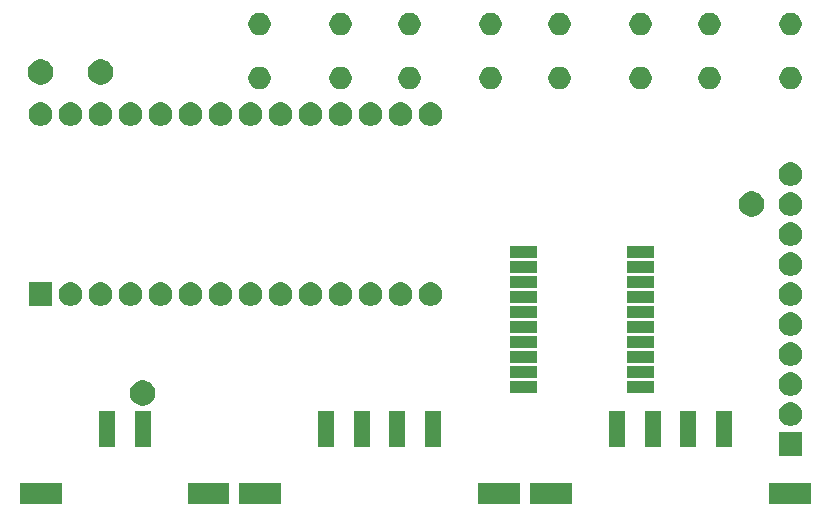
<source format=gbr>
G04 #@! TF.GenerationSoftware,KiCad,Pcbnew,5.1.6-c6e7f7d~87~ubuntu16.04.1*
G04 #@! TF.CreationDate,2020-09-01T19:23:28-04:00*
G04 #@! TF.ProjectId,Controller,436f6e74-726f-46c6-9c65-722e6b696361,rev?*
G04 #@! TF.SameCoordinates,PX5734380PY65bcec0*
G04 #@! TF.FileFunction,Soldermask,Bot*
G04 #@! TF.FilePolarity,Negative*
%FSLAX46Y46*%
G04 Gerber Fmt 4.6, Leading zero omitted, Abs format (unit mm)*
G04 Created by KiCad (PCBNEW 5.1.6-c6e7f7d~87~ubuntu16.04.1) date 2020-09-01 19:23:28*
%MOMM*%
%LPD*%
G01*
G04 APERTURE LIST*
%ADD10C,0.100000*%
G04 APERTURE END LIST*
D10*
G36*
X43108000Y-43179700D02*
G01*
X39576000Y-43179700D01*
X39576000Y-41427700D01*
X43108000Y-41427700D01*
X43108000Y-43179700D01*
G37*
G36*
X47546000Y-43179700D02*
G01*
X44014000Y-43179700D01*
X44014000Y-41427700D01*
X47546000Y-41427700D01*
X47546000Y-43179700D01*
G37*
G36*
X4366000Y-43179700D02*
G01*
X834000Y-43179700D01*
X834000Y-41427700D01*
X4366000Y-41427700D01*
X4366000Y-43179700D01*
G37*
G36*
X18530000Y-43179700D02*
G01*
X14998000Y-43179700D01*
X14998000Y-41427700D01*
X18530000Y-41427700D01*
X18530000Y-43179700D01*
G37*
G36*
X22908000Y-43179700D02*
G01*
X19376000Y-43179700D01*
X19376000Y-41427700D01*
X22908000Y-41427700D01*
X22908000Y-43179700D01*
G37*
G36*
X67746000Y-43179700D02*
G01*
X64214000Y-43179700D01*
X64214000Y-41427700D01*
X67746000Y-41427700D01*
X67746000Y-43179700D01*
G37*
G36*
X67043500Y-39103500D02*
G01*
X65036500Y-39103500D01*
X65036500Y-37096500D01*
X67043500Y-37096500D01*
X67043500Y-39103500D01*
G37*
G36*
X52066000Y-38341500D02*
G01*
X50694000Y-38341500D01*
X50694000Y-35318500D01*
X52066000Y-35318500D01*
X52066000Y-38341500D01*
G37*
G36*
X8886000Y-38341500D02*
G01*
X7514000Y-38341500D01*
X7514000Y-35318500D01*
X8886000Y-35318500D01*
X8886000Y-38341500D01*
G37*
G36*
X11886000Y-38341500D02*
G01*
X10514000Y-38341500D01*
X10514000Y-35318500D01*
X11886000Y-35318500D01*
X11886000Y-38341500D01*
G37*
G36*
X61066000Y-38341500D02*
G01*
X59694000Y-38341500D01*
X59694000Y-35318500D01*
X61066000Y-35318500D01*
X61066000Y-38341500D01*
G37*
G36*
X58066000Y-38341500D02*
G01*
X56694000Y-38341500D01*
X56694000Y-35318500D01*
X58066000Y-35318500D01*
X58066000Y-38341500D01*
G37*
G36*
X27428000Y-38341500D02*
G01*
X26056000Y-38341500D01*
X26056000Y-35318500D01*
X27428000Y-35318500D01*
X27428000Y-38341500D01*
G37*
G36*
X30428000Y-38341500D02*
G01*
X29056000Y-38341500D01*
X29056000Y-35318500D01*
X30428000Y-35318500D01*
X30428000Y-38341500D01*
G37*
G36*
X33428000Y-38341500D02*
G01*
X32056000Y-38341500D01*
X32056000Y-35318500D01*
X33428000Y-35318500D01*
X33428000Y-38341500D01*
G37*
G36*
X36428000Y-38341500D02*
G01*
X35056000Y-38341500D01*
X35056000Y-35318500D01*
X36428000Y-35318500D01*
X36428000Y-38341500D01*
G37*
G36*
X55066000Y-38341500D02*
G01*
X53694000Y-38341500D01*
X53694000Y-35318500D01*
X55066000Y-35318500D01*
X55066000Y-38341500D01*
G37*
G36*
X66166425Y-34561988D02*
G01*
X66332710Y-34595063D01*
X66515336Y-34670709D01*
X66679694Y-34780530D01*
X66819470Y-34920306D01*
X66929291Y-35084664D01*
X67004937Y-35267290D01*
X67043500Y-35461164D01*
X67043500Y-35658836D01*
X67004937Y-35852710D01*
X66929291Y-36035336D01*
X66819470Y-36199694D01*
X66679694Y-36339470D01*
X66515336Y-36449291D01*
X66332710Y-36524937D01*
X66166425Y-36558012D01*
X66138837Y-36563500D01*
X65941163Y-36563500D01*
X65913575Y-36558012D01*
X65747290Y-36524937D01*
X65564664Y-36449291D01*
X65400306Y-36339470D01*
X65260530Y-36199694D01*
X65150709Y-36035336D01*
X65075063Y-35852710D01*
X65036500Y-35658836D01*
X65036500Y-35461164D01*
X65075063Y-35267290D01*
X65150709Y-35084664D01*
X65260530Y-34920306D01*
X65400306Y-34780530D01*
X65564664Y-34670709D01*
X65747290Y-34595063D01*
X65913575Y-34561988D01*
X65941163Y-34556500D01*
X66138837Y-34556500D01*
X66166425Y-34561988D01*
G37*
G36*
X11487231Y-32756003D02*
G01*
X11681412Y-32836436D01*
X11681414Y-32836437D01*
X11856173Y-32953207D01*
X12004793Y-33101827D01*
X12121563Y-33276586D01*
X12121564Y-33276588D01*
X12201997Y-33470769D01*
X12243000Y-33676908D01*
X12243000Y-33887092D01*
X12201997Y-34093231D01*
X12121564Y-34287412D01*
X12121563Y-34287414D01*
X12004793Y-34462173D01*
X11856173Y-34610793D01*
X11681414Y-34727563D01*
X11681413Y-34727564D01*
X11681412Y-34727564D01*
X11487231Y-34807997D01*
X11281092Y-34849000D01*
X11070908Y-34849000D01*
X10864769Y-34807997D01*
X10670588Y-34727564D01*
X10670587Y-34727564D01*
X10670586Y-34727563D01*
X10495827Y-34610793D01*
X10347207Y-34462173D01*
X10230437Y-34287414D01*
X10230436Y-34287412D01*
X10150003Y-34093231D01*
X10109000Y-33887092D01*
X10109000Y-33676908D01*
X10150003Y-33470769D01*
X10230436Y-33276588D01*
X10230437Y-33276586D01*
X10347207Y-33101827D01*
X10495827Y-32953207D01*
X10670586Y-32836437D01*
X10670588Y-32836436D01*
X10864769Y-32756003D01*
X11070908Y-32715000D01*
X11281092Y-32715000D01*
X11487231Y-32756003D01*
G37*
G36*
X66166425Y-32021988D02*
G01*
X66332710Y-32055063D01*
X66515336Y-32130709D01*
X66679694Y-32240530D01*
X66819470Y-32380306D01*
X66929291Y-32544664D01*
X67004937Y-32727290D01*
X67043500Y-32921164D01*
X67043500Y-33118836D01*
X67004937Y-33312710D01*
X66929291Y-33495336D01*
X66819470Y-33659694D01*
X66679694Y-33799470D01*
X66515336Y-33909291D01*
X66332710Y-33984937D01*
X66166425Y-34018012D01*
X66138837Y-34023500D01*
X65941163Y-34023500D01*
X65913575Y-34018012D01*
X65747290Y-33984937D01*
X65564664Y-33909291D01*
X65400306Y-33799470D01*
X65260530Y-33659694D01*
X65150709Y-33495336D01*
X65075063Y-33312710D01*
X65036500Y-33118836D01*
X65036500Y-32921164D01*
X65075063Y-32727290D01*
X65150709Y-32544664D01*
X65260530Y-32380306D01*
X65400306Y-32240530D01*
X65564664Y-32130709D01*
X65747290Y-32055063D01*
X65913575Y-32021988D01*
X65941163Y-32016500D01*
X66138837Y-32016500D01*
X66166425Y-32021988D01*
G37*
G36*
X54495700Y-33751520D02*
G01*
X52189380Y-33751520D01*
X52189380Y-32796480D01*
X54495700Y-32796480D01*
X54495700Y-33751520D01*
G37*
G36*
X44587160Y-33751520D02*
G01*
X42280840Y-33751520D01*
X42280840Y-32796480D01*
X44587160Y-32796480D01*
X44587160Y-33751520D01*
G37*
G36*
X54495700Y-32481520D02*
G01*
X52189380Y-32481520D01*
X52189380Y-31526480D01*
X54495700Y-31526480D01*
X54495700Y-32481520D01*
G37*
G36*
X44587160Y-32481520D02*
G01*
X42280840Y-32481520D01*
X42280840Y-31526480D01*
X44587160Y-31526480D01*
X44587160Y-32481520D01*
G37*
G36*
X66166425Y-29481988D02*
G01*
X66332710Y-29515063D01*
X66515336Y-29590709D01*
X66679694Y-29700530D01*
X66819470Y-29840306D01*
X66929291Y-30004664D01*
X67004937Y-30187290D01*
X67043500Y-30381164D01*
X67043500Y-30578836D01*
X67004937Y-30772710D01*
X66929291Y-30955336D01*
X66819470Y-31119694D01*
X66679694Y-31259470D01*
X66515336Y-31369291D01*
X66332710Y-31444937D01*
X66166425Y-31478012D01*
X66138837Y-31483500D01*
X65941163Y-31483500D01*
X65913575Y-31478012D01*
X65747290Y-31444937D01*
X65564664Y-31369291D01*
X65400306Y-31259470D01*
X65260530Y-31119694D01*
X65150709Y-30955336D01*
X65075063Y-30772710D01*
X65036500Y-30578836D01*
X65036500Y-30381164D01*
X65075063Y-30187290D01*
X65150709Y-30004664D01*
X65260530Y-29840306D01*
X65400306Y-29700530D01*
X65564664Y-29590709D01*
X65747290Y-29515063D01*
X65913575Y-29481988D01*
X65941163Y-29476500D01*
X66138837Y-29476500D01*
X66166425Y-29481988D01*
G37*
G36*
X44587160Y-31211520D02*
G01*
X42280840Y-31211520D01*
X42280840Y-30256480D01*
X44587160Y-30256480D01*
X44587160Y-31211520D01*
G37*
G36*
X54495700Y-31211520D02*
G01*
X52189380Y-31211520D01*
X52189380Y-30256480D01*
X54495700Y-30256480D01*
X54495700Y-31211520D01*
G37*
G36*
X44587160Y-29941520D02*
G01*
X42280840Y-29941520D01*
X42280840Y-28986480D01*
X44587160Y-28986480D01*
X44587160Y-29941520D01*
G37*
G36*
X54495700Y-29941520D02*
G01*
X52189380Y-29941520D01*
X52189380Y-28986480D01*
X54495700Y-28986480D01*
X54495700Y-29941520D01*
G37*
G36*
X66166425Y-26941988D02*
G01*
X66332710Y-26975063D01*
X66515336Y-27050709D01*
X66679694Y-27160530D01*
X66819470Y-27300306D01*
X66929291Y-27464664D01*
X67004937Y-27647290D01*
X67043500Y-27841164D01*
X67043500Y-28038836D01*
X67004937Y-28232710D01*
X66929291Y-28415336D01*
X66819470Y-28579694D01*
X66679694Y-28719470D01*
X66515336Y-28829291D01*
X66332710Y-28904937D01*
X66166425Y-28938012D01*
X66138837Y-28943500D01*
X65941163Y-28943500D01*
X65913575Y-28938012D01*
X65747290Y-28904937D01*
X65564664Y-28829291D01*
X65400306Y-28719470D01*
X65260530Y-28579694D01*
X65150709Y-28415336D01*
X65075063Y-28232710D01*
X65036500Y-28038836D01*
X65036500Y-27841164D01*
X65075063Y-27647290D01*
X65150709Y-27464664D01*
X65260530Y-27300306D01*
X65400306Y-27160530D01*
X65564664Y-27050709D01*
X65747290Y-26975063D01*
X65913575Y-26941988D01*
X65941163Y-26936500D01*
X66138837Y-26936500D01*
X66166425Y-26941988D01*
G37*
G36*
X54495700Y-28671520D02*
G01*
X52189380Y-28671520D01*
X52189380Y-27716480D01*
X54495700Y-27716480D01*
X54495700Y-28671520D01*
G37*
G36*
X44587160Y-28671520D02*
G01*
X42280840Y-28671520D01*
X42280840Y-27716480D01*
X44587160Y-27716480D01*
X44587160Y-28671520D01*
G37*
G36*
X44587160Y-27401520D02*
G01*
X42280840Y-27401520D01*
X42280840Y-26446480D01*
X44587160Y-26446480D01*
X44587160Y-27401520D01*
G37*
G36*
X54495700Y-27401520D02*
G01*
X52189380Y-27401520D01*
X52189380Y-26446480D01*
X54495700Y-26446480D01*
X54495700Y-27401520D01*
G37*
G36*
X66166425Y-24401988D02*
G01*
X66332710Y-24435063D01*
X66515336Y-24510709D01*
X66679694Y-24620530D01*
X66819470Y-24760306D01*
X66929291Y-24924664D01*
X67004937Y-25107290D01*
X67043500Y-25301164D01*
X67043500Y-25498836D01*
X67004937Y-25692710D01*
X66929291Y-25875336D01*
X66819470Y-26039694D01*
X66679694Y-26179470D01*
X66515336Y-26289291D01*
X66332710Y-26364937D01*
X66166425Y-26398012D01*
X66138837Y-26403500D01*
X65941163Y-26403500D01*
X65913575Y-26398012D01*
X65747290Y-26364937D01*
X65564664Y-26289291D01*
X65400306Y-26179470D01*
X65260530Y-26039694D01*
X65150709Y-25875336D01*
X65075063Y-25692710D01*
X65036500Y-25498836D01*
X65036500Y-25301164D01*
X65075063Y-25107290D01*
X65150709Y-24924664D01*
X65260530Y-24760306D01*
X65400306Y-24620530D01*
X65564664Y-24510709D01*
X65747290Y-24435063D01*
X65913575Y-24401988D01*
X65941163Y-24396500D01*
X66138837Y-24396500D01*
X66166425Y-24401988D01*
G37*
G36*
X35686425Y-24401988D02*
G01*
X35852710Y-24435063D01*
X36035336Y-24510709D01*
X36199694Y-24620530D01*
X36339470Y-24760306D01*
X36449291Y-24924664D01*
X36524937Y-25107290D01*
X36563500Y-25301164D01*
X36563500Y-25498836D01*
X36524937Y-25692710D01*
X36449291Y-25875336D01*
X36339470Y-26039694D01*
X36199694Y-26179470D01*
X36035336Y-26289291D01*
X35852710Y-26364937D01*
X35686425Y-26398012D01*
X35658837Y-26403500D01*
X35461163Y-26403500D01*
X35433575Y-26398012D01*
X35267290Y-26364937D01*
X35084664Y-26289291D01*
X34920306Y-26179470D01*
X34780530Y-26039694D01*
X34670709Y-25875336D01*
X34595063Y-25692710D01*
X34556500Y-25498836D01*
X34556500Y-25301164D01*
X34595063Y-25107290D01*
X34670709Y-24924664D01*
X34780530Y-24760306D01*
X34920306Y-24620530D01*
X35084664Y-24510709D01*
X35267290Y-24435063D01*
X35433575Y-24401988D01*
X35461163Y-24396500D01*
X35658837Y-24396500D01*
X35686425Y-24401988D01*
G37*
G36*
X33146425Y-24401988D02*
G01*
X33312710Y-24435063D01*
X33495336Y-24510709D01*
X33659694Y-24620530D01*
X33799470Y-24760306D01*
X33909291Y-24924664D01*
X33984937Y-25107290D01*
X34023500Y-25301164D01*
X34023500Y-25498836D01*
X33984937Y-25692710D01*
X33909291Y-25875336D01*
X33799470Y-26039694D01*
X33659694Y-26179470D01*
X33495336Y-26289291D01*
X33312710Y-26364937D01*
X33146425Y-26398012D01*
X33118837Y-26403500D01*
X32921163Y-26403500D01*
X32893575Y-26398012D01*
X32727290Y-26364937D01*
X32544664Y-26289291D01*
X32380306Y-26179470D01*
X32240530Y-26039694D01*
X32130709Y-25875336D01*
X32055063Y-25692710D01*
X32016500Y-25498836D01*
X32016500Y-25301164D01*
X32055063Y-25107290D01*
X32130709Y-24924664D01*
X32240530Y-24760306D01*
X32380306Y-24620530D01*
X32544664Y-24510709D01*
X32727290Y-24435063D01*
X32893575Y-24401988D01*
X32921163Y-24396500D01*
X33118837Y-24396500D01*
X33146425Y-24401988D01*
G37*
G36*
X30606425Y-24401988D02*
G01*
X30772710Y-24435063D01*
X30955336Y-24510709D01*
X31119694Y-24620530D01*
X31259470Y-24760306D01*
X31369291Y-24924664D01*
X31444937Y-25107290D01*
X31483500Y-25301164D01*
X31483500Y-25498836D01*
X31444937Y-25692710D01*
X31369291Y-25875336D01*
X31259470Y-26039694D01*
X31119694Y-26179470D01*
X30955336Y-26289291D01*
X30772710Y-26364937D01*
X30606425Y-26398012D01*
X30578837Y-26403500D01*
X30381163Y-26403500D01*
X30353575Y-26398012D01*
X30187290Y-26364937D01*
X30004664Y-26289291D01*
X29840306Y-26179470D01*
X29700530Y-26039694D01*
X29590709Y-25875336D01*
X29515063Y-25692710D01*
X29476500Y-25498836D01*
X29476500Y-25301164D01*
X29515063Y-25107290D01*
X29590709Y-24924664D01*
X29700530Y-24760306D01*
X29840306Y-24620530D01*
X30004664Y-24510709D01*
X30187290Y-24435063D01*
X30353575Y-24401988D01*
X30381163Y-24396500D01*
X30578837Y-24396500D01*
X30606425Y-24401988D01*
G37*
G36*
X25526425Y-24401988D02*
G01*
X25692710Y-24435063D01*
X25875336Y-24510709D01*
X26039694Y-24620530D01*
X26179470Y-24760306D01*
X26289291Y-24924664D01*
X26364937Y-25107290D01*
X26403500Y-25301164D01*
X26403500Y-25498836D01*
X26364937Y-25692710D01*
X26289291Y-25875336D01*
X26179470Y-26039694D01*
X26039694Y-26179470D01*
X25875336Y-26289291D01*
X25692710Y-26364937D01*
X25526425Y-26398012D01*
X25498837Y-26403500D01*
X25301163Y-26403500D01*
X25273575Y-26398012D01*
X25107290Y-26364937D01*
X24924664Y-26289291D01*
X24760306Y-26179470D01*
X24620530Y-26039694D01*
X24510709Y-25875336D01*
X24435063Y-25692710D01*
X24396500Y-25498836D01*
X24396500Y-25301164D01*
X24435063Y-25107290D01*
X24510709Y-24924664D01*
X24620530Y-24760306D01*
X24760306Y-24620530D01*
X24924664Y-24510709D01*
X25107290Y-24435063D01*
X25273575Y-24401988D01*
X25301163Y-24396500D01*
X25498837Y-24396500D01*
X25526425Y-24401988D01*
G37*
G36*
X22986425Y-24401988D02*
G01*
X23152710Y-24435063D01*
X23335336Y-24510709D01*
X23499694Y-24620530D01*
X23639470Y-24760306D01*
X23749291Y-24924664D01*
X23824937Y-25107290D01*
X23863500Y-25301164D01*
X23863500Y-25498836D01*
X23824937Y-25692710D01*
X23749291Y-25875336D01*
X23639470Y-26039694D01*
X23499694Y-26179470D01*
X23335336Y-26289291D01*
X23152710Y-26364937D01*
X22986425Y-26398012D01*
X22958837Y-26403500D01*
X22761163Y-26403500D01*
X22733575Y-26398012D01*
X22567290Y-26364937D01*
X22384664Y-26289291D01*
X22220306Y-26179470D01*
X22080530Y-26039694D01*
X21970709Y-25875336D01*
X21895063Y-25692710D01*
X21856500Y-25498836D01*
X21856500Y-25301164D01*
X21895063Y-25107290D01*
X21970709Y-24924664D01*
X22080530Y-24760306D01*
X22220306Y-24620530D01*
X22384664Y-24510709D01*
X22567290Y-24435063D01*
X22733575Y-24401988D01*
X22761163Y-24396500D01*
X22958837Y-24396500D01*
X22986425Y-24401988D01*
G37*
G36*
X20446425Y-24401988D02*
G01*
X20612710Y-24435063D01*
X20795336Y-24510709D01*
X20959694Y-24620530D01*
X21099470Y-24760306D01*
X21209291Y-24924664D01*
X21284937Y-25107290D01*
X21323500Y-25301164D01*
X21323500Y-25498836D01*
X21284937Y-25692710D01*
X21209291Y-25875336D01*
X21099470Y-26039694D01*
X20959694Y-26179470D01*
X20795336Y-26289291D01*
X20612710Y-26364937D01*
X20446425Y-26398012D01*
X20418837Y-26403500D01*
X20221163Y-26403500D01*
X20193575Y-26398012D01*
X20027290Y-26364937D01*
X19844664Y-26289291D01*
X19680306Y-26179470D01*
X19540530Y-26039694D01*
X19430709Y-25875336D01*
X19355063Y-25692710D01*
X19316500Y-25498836D01*
X19316500Y-25301164D01*
X19355063Y-25107290D01*
X19430709Y-24924664D01*
X19540530Y-24760306D01*
X19680306Y-24620530D01*
X19844664Y-24510709D01*
X20027290Y-24435063D01*
X20193575Y-24401988D01*
X20221163Y-24396500D01*
X20418837Y-24396500D01*
X20446425Y-24401988D01*
G37*
G36*
X3543500Y-26403500D02*
G01*
X1536500Y-26403500D01*
X1536500Y-24396500D01*
X3543500Y-24396500D01*
X3543500Y-26403500D01*
G37*
G36*
X5206425Y-24401988D02*
G01*
X5372710Y-24435063D01*
X5555336Y-24510709D01*
X5719694Y-24620530D01*
X5859470Y-24760306D01*
X5969291Y-24924664D01*
X6044937Y-25107290D01*
X6083500Y-25301164D01*
X6083500Y-25498836D01*
X6044937Y-25692710D01*
X5969291Y-25875336D01*
X5859470Y-26039694D01*
X5719694Y-26179470D01*
X5555336Y-26289291D01*
X5372710Y-26364937D01*
X5206425Y-26398012D01*
X5178837Y-26403500D01*
X4981163Y-26403500D01*
X4953575Y-26398012D01*
X4787290Y-26364937D01*
X4604664Y-26289291D01*
X4440306Y-26179470D01*
X4300530Y-26039694D01*
X4190709Y-25875336D01*
X4115063Y-25692710D01*
X4076500Y-25498836D01*
X4076500Y-25301164D01*
X4115063Y-25107290D01*
X4190709Y-24924664D01*
X4300530Y-24760306D01*
X4440306Y-24620530D01*
X4604664Y-24510709D01*
X4787290Y-24435063D01*
X4953575Y-24401988D01*
X4981163Y-24396500D01*
X5178837Y-24396500D01*
X5206425Y-24401988D01*
G37*
G36*
X7746425Y-24401988D02*
G01*
X7912710Y-24435063D01*
X8095336Y-24510709D01*
X8259694Y-24620530D01*
X8399470Y-24760306D01*
X8509291Y-24924664D01*
X8584937Y-25107290D01*
X8623500Y-25301164D01*
X8623500Y-25498836D01*
X8584937Y-25692710D01*
X8509291Y-25875336D01*
X8399470Y-26039694D01*
X8259694Y-26179470D01*
X8095336Y-26289291D01*
X7912710Y-26364937D01*
X7746425Y-26398012D01*
X7718837Y-26403500D01*
X7521163Y-26403500D01*
X7493575Y-26398012D01*
X7327290Y-26364937D01*
X7144664Y-26289291D01*
X6980306Y-26179470D01*
X6840530Y-26039694D01*
X6730709Y-25875336D01*
X6655063Y-25692710D01*
X6616500Y-25498836D01*
X6616500Y-25301164D01*
X6655063Y-25107290D01*
X6730709Y-24924664D01*
X6840530Y-24760306D01*
X6980306Y-24620530D01*
X7144664Y-24510709D01*
X7327290Y-24435063D01*
X7493575Y-24401988D01*
X7521163Y-24396500D01*
X7718837Y-24396500D01*
X7746425Y-24401988D01*
G37*
G36*
X10286425Y-24401988D02*
G01*
X10452710Y-24435063D01*
X10635336Y-24510709D01*
X10799694Y-24620530D01*
X10939470Y-24760306D01*
X11049291Y-24924664D01*
X11124937Y-25107290D01*
X11163500Y-25301164D01*
X11163500Y-25498836D01*
X11124937Y-25692710D01*
X11049291Y-25875336D01*
X10939470Y-26039694D01*
X10799694Y-26179470D01*
X10635336Y-26289291D01*
X10452710Y-26364937D01*
X10286425Y-26398012D01*
X10258837Y-26403500D01*
X10061163Y-26403500D01*
X10033575Y-26398012D01*
X9867290Y-26364937D01*
X9684664Y-26289291D01*
X9520306Y-26179470D01*
X9380530Y-26039694D01*
X9270709Y-25875336D01*
X9195063Y-25692710D01*
X9156500Y-25498836D01*
X9156500Y-25301164D01*
X9195063Y-25107290D01*
X9270709Y-24924664D01*
X9380530Y-24760306D01*
X9520306Y-24620530D01*
X9684664Y-24510709D01*
X9867290Y-24435063D01*
X10033575Y-24401988D01*
X10061163Y-24396500D01*
X10258837Y-24396500D01*
X10286425Y-24401988D01*
G37*
G36*
X12826425Y-24401988D02*
G01*
X12992710Y-24435063D01*
X13175336Y-24510709D01*
X13339694Y-24620530D01*
X13479470Y-24760306D01*
X13589291Y-24924664D01*
X13664937Y-25107290D01*
X13703500Y-25301164D01*
X13703500Y-25498836D01*
X13664937Y-25692710D01*
X13589291Y-25875336D01*
X13479470Y-26039694D01*
X13339694Y-26179470D01*
X13175336Y-26289291D01*
X12992710Y-26364937D01*
X12826425Y-26398012D01*
X12798837Y-26403500D01*
X12601163Y-26403500D01*
X12573575Y-26398012D01*
X12407290Y-26364937D01*
X12224664Y-26289291D01*
X12060306Y-26179470D01*
X11920530Y-26039694D01*
X11810709Y-25875336D01*
X11735063Y-25692710D01*
X11696500Y-25498836D01*
X11696500Y-25301164D01*
X11735063Y-25107290D01*
X11810709Y-24924664D01*
X11920530Y-24760306D01*
X12060306Y-24620530D01*
X12224664Y-24510709D01*
X12407290Y-24435063D01*
X12573575Y-24401988D01*
X12601163Y-24396500D01*
X12798837Y-24396500D01*
X12826425Y-24401988D01*
G37*
G36*
X15366425Y-24401988D02*
G01*
X15532710Y-24435063D01*
X15715336Y-24510709D01*
X15879694Y-24620530D01*
X16019470Y-24760306D01*
X16129291Y-24924664D01*
X16204937Y-25107290D01*
X16243500Y-25301164D01*
X16243500Y-25498836D01*
X16204937Y-25692710D01*
X16129291Y-25875336D01*
X16019470Y-26039694D01*
X15879694Y-26179470D01*
X15715336Y-26289291D01*
X15532710Y-26364937D01*
X15366425Y-26398012D01*
X15338837Y-26403500D01*
X15141163Y-26403500D01*
X15113575Y-26398012D01*
X14947290Y-26364937D01*
X14764664Y-26289291D01*
X14600306Y-26179470D01*
X14460530Y-26039694D01*
X14350709Y-25875336D01*
X14275063Y-25692710D01*
X14236500Y-25498836D01*
X14236500Y-25301164D01*
X14275063Y-25107290D01*
X14350709Y-24924664D01*
X14460530Y-24760306D01*
X14600306Y-24620530D01*
X14764664Y-24510709D01*
X14947290Y-24435063D01*
X15113575Y-24401988D01*
X15141163Y-24396500D01*
X15338837Y-24396500D01*
X15366425Y-24401988D01*
G37*
G36*
X28066425Y-24401988D02*
G01*
X28232710Y-24435063D01*
X28415336Y-24510709D01*
X28579694Y-24620530D01*
X28719470Y-24760306D01*
X28829291Y-24924664D01*
X28904937Y-25107290D01*
X28943500Y-25301164D01*
X28943500Y-25498836D01*
X28904937Y-25692710D01*
X28829291Y-25875336D01*
X28719470Y-26039694D01*
X28579694Y-26179470D01*
X28415336Y-26289291D01*
X28232710Y-26364937D01*
X28066425Y-26398012D01*
X28038837Y-26403500D01*
X27841163Y-26403500D01*
X27813575Y-26398012D01*
X27647290Y-26364937D01*
X27464664Y-26289291D01*
X27300306Y-26179470D01*
X27160530Y-26039694D01*
X27050709Y-25875336D01*
X26975063Y-25692710D01*
X26936500Y-25498836D01*
X26936500Y-25301164D01*
X26975063Y-25107290D01*
X27050709Y-24924664D01*
X27160530Y-24760306D01*
X27300306Y-24620530D01*
X27464664Y-24510709D01*
X27647290Y-24435063D01*
X27813575Y-24401988D01*
X27841163Y-24396500D01*
X28038837Y-24396500D01*
X28066425Y-24401988D01*
G37*
G36*
X17906425Y-24401988D02*
G01*
X18072710Y-24435063D01*
X18255336Y-24510709D01*
X18419694Y-24620530D01*
X18559470Y-24760306D01*
X18669291Y-24924664D01*
X18744937Y-25107290D01*
X18783500Y-25301164D01*
X18783500Y-25498836D01*
X18744937Y-25692710D01*
X18669291Y-25875336D01*
X18559470Y-26039694D01*
X18419694Y-26179470D01*
X18255336Y-26289291D01*
X18072710Y-26364937D01*
X17906425Y-26398012D01*
X17878837Y-26403500D01*
X17681163Y-26403500D01*
X17653575Y-26398012D01*
X17487290Y-26364937D01*
X17304664Y-26289291D01*
X17140306Y-26179470D01*
X17000530Y-26039694D01*
X16890709Y-25875336D01*
X16815063Y-25692710D01*
X16776500Y-25498836D01*
X16776500Y-25301164D01*
X16815063Y-25107290D01*
X16890709Y-24924664D01*
X17000530Y-24760306D01*
X17140306Y-24620530D01*
X17304664Y-24510709D01*
X17487290Y-24435063D01*
X17653575Y-24401988D01*
X17681163Y-24396500D01*
X17878837Y-24396500D01*
X17906425Y-24401988D01*
G37*
G36*
X54495700Y-26131520D02*
G01*
X52189380Y-26131520D01*
X52189380Y-25176480D01*
X54495700Y-25176480D01*
X54495700Y-26131520D01*
G37*
G36*
X44587160Y-26131520D02*
G01*
X42280840Y-26131520D01*
X42280840Y-25176480D01*
X44587160Y-25176480D01*
X44587160Y-26131520D01*
G37*
G36*
X44587160Y-24861520D02*
G01*
X42280840Y-24861520D01*
X42280840Y-23906480D01*
X44587160Y-23906480D01*
X44587160Y-24861520D01*
G37*
G36*
X54495700Y-24861520D02*
G01*
X52189380Y-24861520D01*
X52189380Y-23906480D01*
X54495700Y-23906480D01*
X54495700Y-24861520D01*
G37*
G36*
X66166425Y-21861988D02*
G01*
X66332710Y-21895063D01*
X66515336Y-21970709D01*
X66679694Y-22080530D01*
X66819470Y-22220306D01*
X66929291Y-22384664D01*
X67004937Y-22567290D01*
X67043500Y-22761164D01*
X67043500Y-22958836D01*
X67004937Y-23152710D01*
X66929291Y-23335336D01*
X66819470Y-23499694D01*
X66679694Y-23639470D01*
X66515336Y-23749291D01*
X66332710Y-23824937D01*
X66166425Y-23858012D01*
X66138837Y-23863500D01*
X65941163Y-23863500D01*
X65913575Y-23858012D01*
X65747290Y-23824937D01*
X65564664Y-23749291D01*
X65400306Y-23639470D01*
X65260530Y-23499694D01*
X65150709Y-23335336D01*
X65075063Y-23152710D01*
X65036500Y-22958836D01*
X65036500Y-22761164D01*
X65075063Y-22567290D01*
X65150709Y-22384664D01*
X65260530Y-22220306D01*
X65400306Y-22080530D01*
X65564664Y-21970709D01*
X65747290Y-21895063D01*
X65913575Y-21861988D01*
X65941163Y-21856500D01*
X66138837Y-21856500D01*
X66166425Y-21861988D01*
G37*
G36*
X44587160Y-23591520D02*
G01*
X42280840Y-23591520D01*
X42280840Y-22636480D01*
X44587160Y-22636480D01*
X44587160Y-23591520D01*
G37*
G36*
X54495700Y-23591520D02*
G01*
X52189380Y-23591520D01*
X52189380Y-22636480D01*
X54495700Y-22636480D01*
X54495700Y-23591520D01*
G37*
G36*
X54495700Y-22321520D02*
G01*
X52189380Y-22321520D01*
X52189380Y-21366480D01*
X54495700Y-21366480D01*
X54495700Y-22321520D01*
G37*
G36*
X44587160Y-22321520D02*
G01*
X42280840Y-22321520D01*
X42280840Y-21366480D01*
X44587160Y-21366480D01*
X44587160Y-22321520D01*
G37*
G36*
X66166425Y-19321988D02*
G01*
X66332710Y-19355063D01*
X66515336Y-19430709D01*
X66679694Y-19540530D01*
X66819470Y-19680306D01*
X66929291Y-19844664D01*
X67004937Y-20027290D01*
X67043500Y-20221164D01*
X67043500Y-20418836D01*
X67004937Y-20612710D01*
X66929291Y-20795336D01*
X66819470Y-20959694D01*
X66679694Y-21099470D01*
X66515336Y-21209291D01*
X66332710Y-21284937D01*
X66166425Y-21318012D01*
X66138837Y-21323500D01*
X65941163Y-21323500D01*
X65913575Y-21318012D01*
X65747290Y-21284937D01*
X65564664Y-21209291D01*
X65400306Y-21099470D01*
X65260530Y-20959694D01*
X65150709Y-20795336D01*
X65075063Y-20612710D01*
X65036500Y-20418836D01*
X65036500Y-20221164D01*
X65075063Y-20027290D01*
X65150709Y-19844664D01*
X65260530Y-19680306D01*
X65400306Y-19540530D01*
X65564664Y-19430709D01*
X65747290Y-19355063D01*
X65913575Y-19321988D01*
X65941163Y-19316500D01*
X66138837Y-19316500D01*
X66166425Y-19321988D01*
G37*
G36*
X63049231Y-16754003D02*
G01*
X63196644Y-16815064D01*
X63243414Y-16834437D01*
X63418173Y-16951207D01*
X63566793Y-17099827D01*
X63593840Y-17140306D01*
X63683564Y-17274588D01*
X63763997Y-17468769D01*
X63805000Y-17674908D01*
X63805000Y-17885092D01*
X63763997Y-18091231D01*
X63696023Y-18255334D01*
X63683563Y-18285414D01*
X63566793Y-18460173D01*
X63418173Y-18608793D01*
X63243414Y-18725563D01*
X63243413Y-18725564D01*
X63243412Y-18725564D01*
X63049231Y-18805997D01*
X62843092Y-18847000D01*
X62632908Y-18847000D01*
X62426769Y-18805997D01*
X62232588Y-18725564D01*
X62232587Y-18725564D01*
X62232586Y-18725563D01*
X62057827Y-18608793D01*
X61909207Y-18460173D01*
X61792437Y-18285414D01*
X61779977Y-18255334D01*
X61712003Y-18091231D01*
X61671000Y-17885092D01*
X61671000Y-17674908D01*
X61712003Y-17468769D01*
X61792436Y-17274588D01*
X61882160Y-17140306D01*
X61909207Y-17099827D01*
X62057827Y-16951207D01*
X62232586Y-16834437D01*
X62279356Y-16815064D01*
X62426769Y-16754003D01*
X62632908Y-16713000D01*
X62843092Y-16713000D01*
X63049231Y-16754003D01*
G37*
G36*
X66166425Y-16781988D02*
G01*
X66332710Y-16815063D01*
X66515336Y-16890709D01*
X66679694Y-17000530D01*
X66819470Y-17140306D01*
X66929291Y-17304664D01*
X67004937Y-17487290D01*
X67043500Y-17681164D01*
X67043500Y-17878836D01*
X67004937Y-18072710D01*
X66929291Y-18255336D01*
X66819470Y-18419694D01*
X66679694Y-18559470D01*
X66515336Y-18669291D01*
X66332710Y-18744937D01*
X66166425Y-18778012D01*
X66138837Y-18783500D01*
X65941163Y-18783500D01*
X65913575Y-18778012D01*
X65747290Y-18744937D01*
X65564664Y-18669291D01*
X65400306Y-18559470D01*
X65260530Y-18419694D01*
X65150709Y-18255336D01*
X65075063Y-18072710D01*
X65036500Y-17878836D01*
X65036500Y-17681164D01*
X65075063Y-17487290D01*
X65150709Y-17304664D01*
X65260530Y-17140306D01*
X65400306Y-17000530D01*
X65564664Y-16890709D01*
X65747290Y-16815063D01*
X65913575Y-16781988D01*
X65941163Y-16776500D01*
X66138837Y-16776500D01*
X66166425Y-16781988D01*
G37*
G36*
X66166425Y-14241988D02*
G01*
X66332710Y-14275063D01*
X66515336Y-14350709D01*
X66679694Y-14460530D01*
X66819470Y-14600306D01*
X66929291Y-14764664D01*
X67004937Y-14947290D01*
X67043500Y-15141164D01*
X67043500Y-15338836D01*
X67004937Y-15532710D01*
X66929291Y-15715336D01*
X66819470Y-15879694D01*
X66679694Y-16019470D01*
X66515336Y-16129291D01*
X66332710Y-16204937D01*
X66166425Y-16238012D01*
X66138837Y-16243500D01*
X65941163Y-16243500D01*
X65913575Y-16238012D01*
X65747290Y-16204937D01*
X65564664Y-16129291D01*
X65400306Y-16019470D01*
X65260530Y-15879694D01*
X65150709Y-15715336D01*
X65075063Y-15532710D01*
X65036500Y-15338836D01*
X65036500Y-15141164D01*
X65075063Y-14947290D01*
X65150709Y-14764664D01*
X65260530Y-14600306D01*
X65400306Y-14460530D01*
X65564664Y-14350709D01*
X65747290Y-14275063D01*
X65913575Y-14241988D01*
X65941163Y-14236500D01*
X66138837Y-14236500D01*
X66166425Y-14241988D01*
G37*
G36*
X10286425Y-9161988D02*
G01*
X10452710Y-9195063D01*
X10635336Y-9270709D01*
X10799694Y-9380530D01*
X10939470Y-9520306D01*
X11049291Y-9684664D01*
X11124937Y-9867290D01*
X11163500Y-10061164D01*
X11163500Y-10258836D01*
X11124937Y-10452710D01*
X11049291Y-10635336D01*
X10939470Y-10799694D01*
X10799694Y-10939470D01*
X10635336Y-11049291D01*
X10452710Y-11124937D01*
X10286425Y-11158012D01*
X10258837Y-11163500D01*
X10061163Y-11163500D01*
X10033575Y-11158012D01*
X9867290Y-11124937D01*
X9684664Y-11049291D01*
X9520306Y-10939470D01*
X9380530Y-10799694D01*
X9270709Y-10635336D01*
X9195063Y-10452710D01*
X9156500Y-10258836D01*
X9156500Y-10061164D01*
X9195063Y-9867290D01*
X9270709Y-9684664D01*
X9380530Y-9520306D01*
X9520306Y-9380530D01*
X9684664Y-9270709D01*
X9867290Y-9195063D01*
X10033575Y-9161988D01*
X10061163Y-9156500D01*
X10258837Y-9156500D01*
X10286425Y-9161988D01*
G37*
G36*
X30606425Y-9161988D02*
G01*
X30772710Y-9195063D01*
X30955336Y-9270709D01*
X31119694Y-9380530D01*
X31259470Y-9520306D01*
X31369291Y-9684664D01*
X31444937Y-9867290D01*
X31483500Y-10061164D01*
X31483500Y-10258836D01*
X31444937Y-10452710D01*
X31369291Y-10635336D01*
X31259470Y-10799694D01*
X31119694Y-10939470D01*
X30955336Y-11049291D01*
X30772710Y-11124937D01*
X30606425Y-11158012D01*
X30578837Y-11163500D01*
X30381163Y-11163500D01*
X30353575Y-11158012D01*
X30187290Y-11124937D01*
X30004664Y-11049291D01*
X29840306Y-10939470D01*
X29700530Y-10799694D01*
X29590709Y-10635336D01*
X29515063Y-10452710D01*
X29476500Y-10258836D01*
X29476500Y-10061164D01*
X29515063Y-9867290D01*
X29590709Y-9684664D01*
X29700530Y-9520306D01*
X29840306Y-9380530D01*
X30004664Y-9270709D01*
X30187290Y-9195063D01*
X30353575Y-9161988D01*
X30381163Y-9156500D01*
X30578837Y-9156500D01*
X30606425Y-9161988D01*
G37*
G36*
X28066425Y-9161988D02*
G01*
X28232710Y-9195063D01*
X28415336Y-9270709D01*
X28579694Y-9380530D01*
X28719470Y-9520306D01*
X28829291Y-9684664D01*
X28904937Y-9867290D01*
X28943500Y-10061164D01*
X28943500Y-10258836D01*
X28904937Y-10452710D01*
X28829291Y-10635336D01*
X28719470Y-10799694D01*
X28579694Y-10939470D01*
X28415336Y-11049291D01*
X28232710Y-11124937D01*
X28066425Y-11158012D01*
X28038837Y-11163500D01*
X27841163Y-11163500D01*
X27813575Y-11158012D01*
X27647290Y-11124937D01*
X27464664Y-11049291D01*
X27300306Y-10939470D01*
X27160530Y-10799694D01*
X27050709Y-10635336D01*
X26975063Y-10452710D01*
X26936500Y-10258836D01*
X26936500Y-10061164D01*
X26975063Y-9867290D01*
X27050709Y-9684664D01*
X27160530Y-9520306D01*
X27300306Y-9380530D01*
X27464664Y-9270709D01*
X27647290Y-9195063D01*
X27813575Y-9161988D01*
X27841163Y-9156500D01*
X28038837Y-9156500D01*
X28066425Y-9161988D01*
G37*
G36*
X25526425Y-9161988D02*
G01*
X25692710Y-9195063D01*
X25875336Y-9270709D01*
X26039694Y-9380530D01*
X26179470Y-9520306D01*
X26289291Y-9684664D01*
X26364937Y-9867290D01*
X26403500Y-10061164D01*
X26403500Y-10258836D01*
X26364937Y-10452710D01*
X26289291Y-10635336D01*
X26179470Y-10799694D01*
X26039694Y-10939470D01*
X25875336Y-11049291D01*
X25692710Y-11124937D01*
X25526425Y-11158012D01*
X25498837Y-11163500D01*
X25301163Y-11163500D01*
X25273575Y-11158012D01*
X25107290Y-11124937D01*
X24924664Y-11049291D01*
X24760306Y-10939470D01*
X24620530Y-10799694D01*
X24510709Y-10635336D01*
X24435063Y-10452710D01*
X24396500Y-10258836D01*
X24396500Y-10061164D01*
X24435063Y-9867290D01*
X24510709Y-9684664D01*
X24620530Y-9520306D01*
X24760306Y-9380530D01*
X24924664Y-9270709D01*
X25107290Y-9195063D01*
X25273575Y-9161988D01*
X25301163Y-9156500D01*
X25498837Y-9156500D01*
X25526425Y-9161988D01*
G37*
G36*
X22986425Y-9161988D02*
G01*
X23152710Y-9195063D01*
X23335336Y-9270709D01*
X23499694Y-9380530D01*
X23639470Y-9520306D01*
X23749291Y-9684664D01*
X23824937Y-9867290D01*
X23863500Y-10061164D01*
X23863500Y-10258836D01*
X23824937Y-10452710D01*
X23749291Y-10635336D01*
X23639470Y-10799694D01*
X23499694Y-10939470D01*
X23335336Y-11049291D01*
X23152710Y-11124937D01*
X22986425Y-11158012D01*
X22958837Y-11163500D01*
X22761163Y-11163500D01*
X22733575Y-11158012D01*
X22567290Y-11124937D01*
X22384664Y-11049291D01*
X22220306Y-10939470D01*
X22080530Y-10799694D01*
X21970709Y-10635336D01*
X21895063Y-10452710D01*
X21856500Y-10258836D01*
X21856500Y-10061164D01*
X21895063Y-9867290D01*
X21970709Y-9684664D01*
X22080530Y-9520306D01*
X22220306Y-9380530D01*
X22384664Y-9270709D01*
X22567290Y-9195063D01*
X22733575Y-9161988D01*
X22761163Y-9156500D01*
X22958837Y-9156500D01*
X22986425Y-9161988D01*
G37*
G36*
X20446425Y-9161988D02*
G01*
X20612710Y-9195063D01*
X20795336Y-9270709D01*
X20959694Y-9380530D01*
X21099470Y-9520306D01*
X21209291Y-9684664D01*
X21284937Y-9867290D01*
X21323500Y-10061164D01*
X21323500Y-10258836D01*
X21284937Y-10452710D01*
X21209291Y-10635336D01*
X21099470Y-10799694D01*
X20959694Y-10939470D01*
X20795336Y-11049291D01*
X20612710Y-11124937D01*
X20446425Y-11158012D01*
X20418837Y-11163500D01*
X20221163Y-11163500D01*
X20193575Y-11158012D01*
X20027290Y-11124937D01*
X19844664Y-11049291D01*
X19680306Y-10939470D01*
X19540530Y-10799694D01*
X19430709Y-10635336D01*
X19355063Y-10452710D01*
X19316500Y-10258836D01*
X19316500Y-10061164D01*
X19355063Y-9867290D01*
X19430709Y-9684664D01*
X19540530Y-9520306D01*
X19680306Y-9380530D01*
X19844664Y-9270709D01*
X20027290Y-9195063D01*
X20193575Y-9161988D01*
X20221163Y-9156500D01*
X20418837Y-9156500D01*
X20446425Y-9161988D01*
G37*
G36*
X17906425Y-9161988D02*
G01*
X18072710Y-9195063D01*
X18255336Y-9270709D01*
X18419694Y-9380530D01*
X18559470Y-9520306D01*
X18669291Y-9684664D01*
X18744937Y-9867290D01*
X18783500Y-10061164D01*
X18783500Y-10258836D01*
X18744937Y-10452710D01*
X18669291Y-10635336D01*
X18559470Y-10799694D01*
X18419694Y-10939470D01*
X18255336Y-11049291D01*
X18072710Y-11124937D01*
X17906425Y-11158012D01*
X17878837Y-11163500D01*
X17681163Y-11163500D01*
X17653575Y-11158012D01*
X17487290Y-11124937D01*
X17304664Y-11049291D01*
X17140306Y-10939470D01*
X17000530Y-10799694D01*
X16890709Y-10635336D01*
X16815063Y-10452710D01*
X16776500Y-10258836D01*
X16776500Y-10061164D01*
X16815063Y-9867290D01*
X16890709Y-9684664D01*
X17000530Y-9520306D01*
X17140306Y-9380530D01*
X17304664Y-9270709D01*
X17487290Y-9195063D01*
X17653575Y-9161988D01*
X17681163Y-9156500D01*
X17878837Y-9156500D01*
X17906425Y-9161988D01*
G37*
G36*
X12826425Y-9161988D02*
G01*
X12992710Y-9195063D01*
X13175336Y-9270709D01*
X13339694Y-9380530D01*
X13479470Y-9520306D01*
X13589291Y-9684664D01*
X13664937Y-9867290D01*
X13703500Y-10061164D01*
X13703500Y-10258836D01*
X13664937Y-10452710D01*
X13589291Y-10635336D01*
X13479470Y-10799694D01*
X13339694Y-10939470D01*
X13175336Y-11049291D01*
X12992710Y-11124937D01*
X12826425Y-11158012D01*
X12798837Y-11163500D01*
X12601163Y-11163500D01*
X12573575Y-11158012D01*
X12407290Y-11124937D01*
X12224664Y-11049291D01*
X12060306Y-10939470D01*
X11920530Y-10799694D01*
X11810709Y-10635336D01*
X11735063Y-10452710D01*
X11696500Y-10258836D01*
X11696500Y-10061164D01*
X11735063Y-9867290D01*
X11810709Y-9684664D01*
X11920530Y-9520306D01*
X12060306Y-9380530D01*
X12224664Y-9270709D01*
X12407290Y-9195063D01*
X12573575Y-9161988D01*
X12601163Y-9156500D01*
X12798837Y-9156500D01*
X12826425Y-9161988D01*
G37*
G36*
X7746425Y-9161988D02*
G01*
X7912710Y-9195063D01*
X8095336Y-9270709D01*
X8259694Y-9380530D01*
X8399470Y-9520306D01*
X8509291Y-9684664D01*
X8584937Y-9867290D01*
X8623500Y-10061164D01*
X8623500Y-10258836D01*
X8584937Y-10452710D01*
X8509291Y-10635336D01*
X8399470Y-10799694D01*
X8259694Y-10939470D01*
X8095336Y-11049291D01*
X7912710Y-11124937D01*
X7746425Y-11158012D01*
X7718837Y-11163500D01*
X7521163Y-11163500D01*
X7493575Y-11158012D01*
X7327290Y-11124937D01*
X7144664Y-11049291D01*
X6980306Y-10939470D01*
X6840530Y-10799694D01*
X6730709Y-10635336D01*
X6655063Y-10452710D01*
X6616500Y-10258836D01*
X6616500Y-10061164D01*
X6655063Y-9867290D01*
X6730709Y-9684664D01*
X6840530Y-9520306D01*
X6980306Y-9380530D01*
X7144664Y-9270709D01*
X7327290Y-9195063D01*
X7493575Y-9161988D01*
X7521163Y-9156500D01*
X7718837Y-9156500D01*
X7746425Y-9161988D01*
G37*
G36*
X5206425Y-9161988D02*
G01*
X5372710Y-9195063D01*
X5555336Y-9270709D01*
X5719694Y-9380530D01*
X5859470Y-9520306D01*
X5969291Y-9684664D01*
X6044937Y-9867290D01*
X6083500Y-10061164D01*
X6083500Y-10258836D01*
X6044937Y-10452710D01*
X5969291Y-10635336D01*
X5859470Y-10799694D01*
X5719694Y-10939470D01*
X5555336Y-11049291D01*
X5372710Y-11124937D01*
X5206425Y-11158012D01*
X5178837Y-11163500D01*
X4981163Y-11163500D01*
X4953575Y-11158012D01*
X4787290Y-11124937D01*
X4604664Y-11049291D01*
X4440306Y-10939470D01*
X4300530Y-10799694D01*
X4190709Y-10635336D01*
X4115063Y-10452710D01*
X4076500Y-10258836D01*
X4076500Y-10061164D01*
X4115063Y-9867290D01*
X4190709Y-9684664D01*
X4300530Y-9520306D01*
X4440306Y-9380530D01*
X4604664Y-9270709D01*
X4787290Y-9195063D01*
X4953575Y-9161988D01*
X4981163Y-9156500D01*
X5178837Y-9156500D01*
X5206425Y-9161988D01*
G37*
G36*
X35686425Y-9161988D02*
G01*
X35852710Y-9195063D01*
X36035336Y-9270709D01*
X36199694Y-9380530D01*
X36339470Y-9520306D01*
X36449291Y-9684664D01*
X36524937Y-9867290D01*
X36563500Y-10061164D01*
X36563500Y-10258836D01*
X36524937Y-10452710D01*
X36449291Y-10635336D01*
X36339470Y-10799694D01*
X36199694Y-10939470D01*
X36035336Y-11049291D01*
X35852710Y-11124937D01*
X35686425Y-11158012D01*
X35658837Y-11163500D01*
X35461163Y-11163500D01*
X35433575Y-11158012D01*
X35267290Y-11124937D01*
X35084664Y-11049291D01*
X34920306Y-10939470D01*
X34780530Y-10799694D01*
X34670709Y-10635336D01*
X34595063Y-10452710D01*
X34556500Y-10258836D01*
X34556500Y-10061164D01*
X34595063Y-9867290D01*
X34670709Y-9684664D01*
X34780530Y-9520306D01*
X34920306Y-9380530D01*
X35084664Y-9270709D01*
X35267290Y-9195063D01*
X35433575Y-9161988D01*
X35461163Y-9156500D01*
X35658837Y-9156500D01*
X35686425Y-9161988D01*
G37*
G36*
X33146425Y-9161988D02*
G01*
X33312710Y-9195063D01*
X33495336Y-9270709D01*
X33659694Y-9380530D01*
X33799470Y-9520306D01*
X33909291Y-9684664D01*
X33984937Y-9867290D01*
X34023500Y-10061164D01*
X34023500Y-10258836D01*
X33984937Y-10452710D01*
X33909291Y-10635336D01*
X33799470Y-10799694D01*
X33659694Y-10939470D01*
X33495336Y-11049291D01*
X33312710Y-11124937D01*
X33146425Y-11158012D01*
X33118837Y-11163500D01*
X32921163Y-11163500D01*
X32893575Y-11158012D01*
X32727290Y-11124937D01*
X32544664Y-11049291D01*
X32380306Y-10939470D01*
X32240530Y-10799694D01*
X32130709Y-10635336D01*
X32055063Y-10452710D01*
X32016500Y-10258836D01*
X32016500Y-10061164D01*
X32055063Y-9867290D01*
X32130709Y-9684664D01*
X32240530Y-9520306D01*
X32380306Y-9380530D01*
X32544664Y-9270709D01*
X32727290Y-9195063D01*
X32893575Y-9161988D01*
X32921163Y-9156500D01*
X33118837Y-9156500D01*
X33146425Y-9161988D01*
G37*
G36*
X2666425Y-9161988D02*
G01*
X2832710Y-9195063D01*
X3015336Y-9270709D01*
X3179694Y-9380530D01*
X3319470Y-9520306D01*
X3429291Y-9684664D01*
X3504937Y-9867290D01*
X3543500Y-10061164D01*
X3543500Y-10258836D01*
X3504937Y-10452710D01*
X3429291Y-10635336D01*
X3319470Y-10799694D01*
X3179694Y-10939470D01*
X3015336Y-11049291D01*
X2832710Y-11124937D01*
X2666425Y-11158012D01*
X2638837Y-11163500D01*
X2441163Y-11163500D01*
X2413575Y-11158012D01*
X2247290Y-11124937D01*
X2064664Y-11049291D01*
X1900306Y-10939470D01*
X1760530Y-10799694D01*
X1650709Y-10635336D01*
X1575063Y-10452710D01*
X1536500Y-10258836D01*
X1536500Y-10061164D01*
X1575063Y-9867290D01*
X1650709Y-9684664D01*
X1760530Y-9520306D01*
X1900306Y-9380530D01*
X2064664Y-9270709D01*
X2247290Y-9195063D01*
X2413575Y-9161988D01*
X2441163Y-9156500D01*
X2638837Y-9156500D01*
X2666425Y-9161988D01*
G37*
G36*
X15366425Y-9161988D02*
G01*
X15532710Y-9195063D01*
X15715336Y-9270709D01*
X15879694Y-9380530D01*
X16019470Y-9520306D01*
X16129291Y-9684664D01*
X16204937Y-9867290D01*
X16243500Y-10061164D01*
X16243500Y-10258836D01*
X16204937Y-10452710D01*
X16129291Y-10635336D01*
X16019470Y-10799694D01*
X15879694Y-10939470D01*
X15715336Y-11049291D01*
X15532710Y-11124937D01*
X15366425Y-11158012D01*
X15338837Y-11163500D01*
X15141163Y-11163500D01*
X15113575Y-11158012D01*
X14947290Y-11124937D01*
X14764664Y-11049291D01*
X14600306Y-10939470D01*
X14460530Y-10799694D01*
X14350709Y-10635336D01*
X14275063Y-10452710D01*
X14236500Y-10258836D01*
X14236500Y-10061164D01*
X14275063Y-9867290D01*
X14350709Y-9684664D01*
X14460530Y-9520306D01*
X14600306Y-9380530D01*
X14764664Y-9270709D01*
X14947290Y-9195063D01*
X15113575Y-9161988D01*
X15141163Y-9156500D01*
X15338837Y-9156500D01*
X15366425Y-9161988D01*
G37*
G36*
X34056187Y-6208123D02*
G01*
X34227255Y-6278982D01*
X34227257Y-6278983D01*
X34247889Y-6292769D01*
X34381214Y-6381854D01*
X34512146Y-6512786D01*
X34615018Y-6666745D01*
X34685877Y-6837813D01*
X34722000Y-7019417D01*
X34722000Y-7204583D01*
X34685877Y-7386187D01*
X34666572Y-7432793D01*
X34615017Y-7557257D01*
X34512145Y-7711215D01*
X34381215Y-7842145D01*
X34227257Y-7945017D01*
X34227256Y-7945018D01*
X34227255Y-7945018D01*
X34056187Y-8015877D01*
X33874583Y-8052000D01*
X33689417Y-8052000D01*
X33507813Y-8015877D01*
X33336745Y-7945018D01*
X33336744Y-7945018D01*
X33336743Y-7945017D01*
X33182785Y-7842145D01*
X33051855Y-7711215D01*
X32948983Y-7557257D01*
X32897428Y-7432793D01*
X32878123Y-7386187D01*
X32842000Y-7204583D01*
X32842000Y-7019417D01*
X32878123Y-6837813D01*
X32948982Y-6666745D01*
X33051854Y-6512786D01*
X33182786Y-6381854D01*
X33316111Y-6292769D01*
X33336743Y-6278983D01*
X33336745Y-6278982D01*
X33507813Y-6208123D01*
X33689417Y-6172000D01*
X33874583Y-6172000D01*
X34056187Y-6208123D01*
G37*
G36*
X28214187Y-6208123D02*
G01*
X28385255Y-6278982D01*
X28385257Y-6278983D01*
X28405889Y-6292769D01*
X28539214Y-6381854D01*
X28670146Y-6512786D01*
X28773018Y-6666745D01*
X28843877Y-6837813D01*
X28880000Y-7019417D01*
X28880000Y-7204583D01*
X28843877Y-7386187D01*
X28824572Y-7432793D01*
X28773017Y-7557257D01*
X28670145Y-7711215D01*
X28539215Y-7842145D01*
X28385257Y-7945017D01*
X28385256Y-7945018D01*
X28385255Y-7945018D01*
X28214187Y-8015877D01*
X28032583Y-8052000D01*
X27847417Y-8052000D01*
X27665813Y-8015877D01*
X27494745Y-7945018D01*
X27494744Y-7945018D01*
X27494743Y-7945017D01*
X27340785Y-7842145D01*
X27209855Y-7711215D01*
X27106983Y-7557257D01*
X27055428Y-7432793D01*
X27036123Y-7386187D01*
X27000000Y-7204583D01*
X27000000Y-7019417D01*
X27036123Y-6837813D01*
X27106982Y-6666745D01*
X27209854Y-6512786D01*
X27340786Y-6381854D01*
X27474111Y-6292769D01*
X27494743Y-6278983D01*
X27494745Y-6278982D01*
X27665813Y-6208123D01*
X27847417Y-6172000D01*
X28032583Y-6172000D01*
X28214187Y-6208123D01*
G37*
G36*
X21356187Y-6208123D02*
G01*
X21527255Y-6278982D01*
X21527257Y-6278983D01*
X21547889Y-6292769D01*
X21681214Y-6381854D01*
X21812146Y-6512786D01*
X21915018Y-6666745D01*
X21985877Y-6837813D01*
X22022000Y-7019417D01*
X22022000Y-7204583D01*
X21985877Y-7386187D01*
X21966572Y-7432793D01*
X21915017Y-7557257D01*
X21812145Y-7711215D01*
X21681215Y-7842145D01*
X21527257Y-7945017D01*
X21527256Y-7945018D01*
X21527255Y-7945018D01*
X21356187Y-8015877D01*
X21174583Y-8052000D01*
X20989417Y-8052000D01*
X20807813Y-8015877D01*
X20636745Y-7945018D01*
X20636744Y-7945018D01*
X20636743Y-7945017D01*
X20482785Y-7842145D01*
X20351855Y-7711215D01*
X20248983Y-7557257D01*
X20197428Y-7432793D01*
X20178123Y-7386187D01*
X20142000Y-7204583D01*
X20142000Y-7019417D01*
X20178123Y-6837813D01*
X20248982Y-6666745D01*
X20351854Y-6512786D01*
X20482786Y-6381854D01*
X20616111Y-6292769D01*
X20636743Y-6278983D01*
X20636745Y-6278982D01*
X20807813Y-6208123D01*
X20989417Y-6172000D01*
X21174583Y-6172000D01*
X21356187Y-6208123D01*
G37*
G36*
X40914187Y-6208123D02*
G01*
X41085255Y-6278982D01*
X41085257Y-6278983D01*
X41105889Y-6292769D01*
X41239214Y-6381854D01*
X41370146Y-6512786D01*
X41473018Y-6666745D01*
X41543877Y-6837813D01*
X41580000Y-7019417D01*
X41580000Y-7204583D01*
X41543877Y-7386187D01*
X41524572Y-7432793D01*
X41473017Y-7557257D01*
X41370145Y-7711215D01*
X41239215Y-7842145D01*
X41085257Y-7945017D01*
X41085256Y-7945018D01*
X41085255Y-7945018D01*
X40914187Y-8015877D01*
X40732583Y-8052000D01*
X40547417Y-8052000D01*
X40365813Y-8015877D01*
X40194745Y-7945018D01*
X40194744Y-7945018D01*
X40194743Y-7945017D01*
X40040785Y-7842145D01*
X39909855Y-7711215D01*
X39806983Y-7557257D01*
X39755428Y-7432793D01*
X39736123Y-7386187D01*
X39700000Y-7204583D01*
X39700000Y-7019417D01*
X39736123Y-6837813D01*
X39806982Y-6666745D01*
X39909854Y-6512786D01*
X40040786Y-6381854D01*
X40174111Y-6292769D01*
X40194743Y-6278983D01*
X40194745Y-6278982D01*
X40365813Y-6208123D01*
X40547417Y-6172000D01*
X40732583Y-6172000D01*
X40914187Y-6208123D01*
G37*
G36*
X53614187Y-6208123D02*
G01*
X53785255Y-6278982D01*
X53785257Y-6278983D01*
X53805889Y-6292769D01*
X53939214Y-6381854D01*
X54070146Y-6512786D01*
X54173018Y-6666745D01*
X54243877Y-6837813D01*
X54280000Y-7019417D01*
X54280000Y-7204583D01*
X54243877Y-7386187D01*
X54224572Y-7432793D01*
X54173017Y-7557257D01*
X54070145Y-7711215D01*
X53939215Y-7842145D01*
X53785257Y-7945017D01*
X53785256Y-7945018D01*
X53785255Y-7945018D01*
X53614187Y-8015877D01*
X53432583Y-8052000D01*
X53247417Y-8052000D01*
X53065813Y-8015877D01*
X52894745Y-7945018D01*
X52894744Y-7945018D01*
X52894743Y-7945017D01*
X52740785Y-7842145D01*
X52609855Y-7711215D01*
X52506983Y-7557257D01*
X52455428Y-7432793D01*
X52436123Y-7386187D01*
X52400000Y-7204583D01*
X52400000Y-7019417D01*
X52436123Y-6837813D01*
X52506982Y-6666745D01*
X52609854Y-6512786D01*
X52740786Y-6381854D01*
X52874111Y-6292769D01*
X52894743Y-6278983D01*
X52894745Y-6278982D01*
X53065813Y-6208123D01*
X53247417Y-6172000D01*
X53432583Y-6172000D01*
X53614187Y-6208123D01*
G37*
G36*
X46756187Y-6208123D02*
G01*
X46927255Y-6278982D01*
X46927257Y-6278983D01*
X46947889Y-6292769D01*
X47081214Y-6381854D01*
X47212146Y-6512786D01*
X47315018Y-6666745D01*
X47385877Y-6837813D01*
X47422000Y-7019417D01*
X47422000Y-7204583D01*
X47385877Y-7386187D01*
X47366572Y-7432793D01*
X47315017Y-7557257D01*
X47212145Y-7711215D01*
X47081215Y-7842145D01*
X46927257Y-7945017D01*
X46927256Y-7945018D01*
X46927255Y-7945018D01*
X46756187Y-8015877D01*
X46574583Y-8052000D01*
X46389417Y-8052000D01*
X46207813Y-8015877D01*
X46036745Y-7945018D01*
X46036744Y-7945018D01*
X46036743Y-7945017D01*
X45882785Y-7842145D01*
X45751855Y-7711215D01*
X45648983Y-7557257D01*
X45597428Y-7432793D01*
X45578123Y-7386187D01*
X45542000Y-7204583D01*
X45542000Y-7019417D01*
X45578123Y-6837813D01*
X45648982Y-6666745D01*
X45751854Y-6512786D01*
X45882786Y-6381854D01*
X46016111Y-6292769D01*
X46036743Y-6278983D01*
X46036745Y-6278982D01*
X46207813Y-6208123D01*
X46389417Y-6172000D01*
X46574583Y-6172000D01*
X46756187Y-6208123D01*
G37*
G36*
X59456187Y-6208123D02*
G01*
X59627255Y-6278982D01*
X59627257Y-6278983D01*
X59647889Y-6292769D01*
X59781214Y-6381854D01*
X59912146Y-6512786D01*
X60015018Y-6666745D01*
X60085877Y-6837813D01*
X60122000Y-7019417D01*
X60122000Y-7204583D01*
X60085877Y-7386187D01*
X60066572Y-7432793D01*
X60015017Y-7557257D01*
X59912145Y-7711215D01*
X59781215Y-7842145D01*
X59627257Y-7945017D01*
X59627256Y-7945018D01*
X59627255Y-7945018D01*
X59456187Y-8015877D01*
X59274583Y-8052000D01*
X59089417Y-8052000D01*
X58907813Y-8015877D01*
X58736745Y-7945018D01*
X58736744Y-7945018D01*
X58736743Y-7945017D01*
X58582785Y-7842145D01*
X58451855Y-7711215D01*
X58348983Y-7557257D01*
X58297428Y-7432793D01*
X58278123Y-7386187D01*
X58242000Y-7204583D01*
X58242000Y-7019417D01*
X58278123Y-6837813D01*
X58348982Y-6666745D01*
X58451854Y-6512786D01*
X58582786Y-6381854D01*
X58716111Y-6292769D01*
X58736743Y-6278983D01*
X58736745Y-6278982D01*
X58907813Y-6208123D01*
X59089417Y-6172000D01*
X59274583Y-6172000D01*
X59456187Y-6208123D01*
G37*
G36*
X66314187Y-6208123D02*
G01*
X66485255Y-6278982D01*
X66485257Y-6278983D01*
X66505889Y-6292769D01*
X66639214Y-6381854D01*
X66770146Y-6512786D01*
X66873018Y-6666745D01*
X66943877Y-6837813D01*
X66980000Y-7019417D01*
X66980000Y-7204583D01*
X66943877Y-7386187D01*
X66924572Y-7432793D01*
X66873017Y-7557257D01*
X66770145Y-7711215D01*
X66639215Y-7842145D01*
X66485257Y-7945017D01*
X66485256Y-7945018D01*
X66485255Y-7945018D01*
X66314187Y-8015877D01*
X66132583Y-8052000D01*
X65947417Y-8052000D01*
X65765813Y-8015877D01*
X65594745Y-7945018D01*
X65594744Y-7945018D01*
X65594743Y-7945017D01*
X65440785Y-7842145D01*
X65309855Y-7711215D01*
X65206983Y-7557257D01*
X65155428Y-7432793D01*
X65136123Y-7386187D01*
X65100000Y-7204583D01*
X65100000Y-7019417D01*
X65136123Y-6837813D01*
X65206982Y-6666745D01*
X65309854Y-6512786D01*
X65440786Y-6381854D01*
X65574111Y-6292769D01*
X65594743Y-6278983D01*
X65594745Y-6278982D01*
X65765813Y-6208123D01*
X65947417Y-6172000D01*
X66132583Y-6172000D01*
X66314187Y-6208123D01*
G37*
G36*
X2851231Y-5578003D02*
G01*
X3045412Y-5658436D01*
X3045414Y-5658437D01*
X3220173Y-5775207D01*
X3368793Y-5923827D01*
X3485563Y-6098586D01*
X3485564Y-6098588D01*
X3565997Y-6292769D01*
X3607000Y-6498908D01*
X3607000Y-6709092D01*
X3565997Y-6915231D01*
X3522841Y-7019417D01*
X3485563Y-7109414D01*
X3368793Y-7284173D01*
X3220173Y-7432793D01*
X3045414Y-7549563D01*
X3045413Y-7549564D01*
X3045412Y-7549564D01*
X2851231Y-7629997D01*
X2645092Y-7671000D01*
X2434908Y-7671000D01*
X2228769Y-7629997D01*
X2034588Y-7549564D01*
X2034587Y-7549564D01*
X2034586Y-7549563D01*
X1859827Y-7432793D01*
X1711207Y-7284173D01*
X1594437Y-7109414D01*
X1557159Y-7019417D01*
X1514003Y-6915231D01*
X1473000Y-6709092D01*
X1473000Y-6498908D01*
X1514003Y-6292769D01*
X1594436Y-6098588D01*
X1594437Y-6098586D01*
X1711207Y-5923827D01*
X1859827Y-5775207D01*
X2034586Y-5658437D01*
X2034588Y-5658436D01*
X2228769Y-5578003D01*
X2434908Y-5537000D01*
X2645092Y-5537000D01*
X2851231Y-5578003D01*
G37*
G36*
X7931231Y-5578003D02*
G01*
X8125412Y-5658436D01*
X8125414Y-5658437D01*
X8300173Y-5775207D01*
X8448793Y-5923827D01*
X8565563Y-6098586D01*
X8565564Y-6098588D01*
X8645997Y-6292769D01*
X8687000Y-6498908D01*
X8687000Y-6709092D01*
X8645997Y-6915231D01*
X8602841Y-7019417D01*
X8565563Y-7109414D01*
X8448793Y-7284173D01*
X8300173Y-7432793D01*
X8125414Y-7549563D01*
X8125413Y-7549564D01*
X8125412Y-7549564D01*
X7931231Y-7629997D01*
X7725092Y-7671000D01*
X7514908Y-7671000D01*
X7308769Y-7629997D01*
X7114588Y-7549564D01*
X7114587Y-7549564D01*
X7114586Y-7549563D01*
X6939827Y-7432793D01*
X6791207Y-7284173D01*
X6674437Y-7109414D01*
X6637159Y-7019417D01*
X6594003Y-6915231D01*
X6553000Y-6709092D01*
X6553000Y-6498908D01*
X6594003Y-6292769D01*
X6674436Y-6098588D01*
X6674437Y-6098586D01*
X6791207Y-5923827D01*
X6939827Y-5775207D01*
X7114586Y-5658437D01*
X7114588Y-5658436D01*
X7308769Y-5578003D01*
X7514908Y-5537000D01*
X7725092Y-5537000D01*
X7931231Y-5578003D01*
G37*
G36*
X59456187Y-1636123D02*
G01*
X59627255Y-1706982D01*
X59627257Y-1706983D01*
X59704758Y-1758768D01*
X59781214Y-1809854D01*
X59912146Y-1940786D01*
X60015018Y-2094745D01*
X60085877Y-2265813D01*
X60122000Y-2447417D01*
X60122000Y-2632583D01*
X60085877Y-2814187D01*
X60015018Y-2985255D01*
X60015017Y-2985257D01*
X59912145Y-3139215D01*
X59781215Y-3270145D01*
X59627257Y-3373017D01*
X59627256Y-3373018D01*
X59627255Y-3373018D01*
X59456187Y-3443877D01*
X59274583Y-3480000D01*
X59089417Y-3480000D01*
X58907813Y-3443877D01*
X58736745Y-3373018D01*
X58736744Y-3373018D01*
X58736743Y-3373017D01*
X58582785Y-3270145D01*
X58451855Y-3139215D01*
X58348983Y-2985257D01*
X58348982Y-2985255D01*
X58278123Y-2814187D01*
X58242000Y-2632583D01*
X58242000Y-2447417D01*
X58278123Y-2265813D01*
X58348982Y-2094745D01*
X58451854Y-1940786D01*
X58582786Y-1809854D01*
X58659242Y-1758768D01*
X58736743Y-1706983D01*
X58736745Y-1706982D01*
X58907813Y-1636123D01*
X59089417Y-1600000D01*
X59274583Y-1600000D01*
X59456187Y-1636123D01*
G37*
G36*
X66314187Y-1636123D02*
G01*
X66485255Y-1706982D01*
X66485257Y-1706983D01*
X66562758Y-1758768D01*
X66639214Y-1809854D01*
X66770146Y-1940786D01*
X66873018Y-2094745D01*
X66943877Y-2265813D01*
X66980000Y-2447417D01*
X66980000Y-2632583D01*
X66943877Y-2814187D01*
X66873018Y-2985255D01*
X66873017Y-2985257D01*
X66770145Y-3139215D01*
X66639215Y-3270145D01*
X66485257Y-3373017D01*
X66485256Y-3373018D01*
X66485255Y-3373018D01*
X66314187Y-3443877D01*
X66132583Y-3480000D01*
X65947417Y-3480000D01*
X65765813Y-3443877D01*
X65594745Y-3373018D01*
X65594744Y-3373018D01*
X65594743Y-3373017D01*
X65440785Y-3270145D01*
X65309855Y-3139215D01*
X65206983Y-2985257D01*
X65206982Y-2985255D01*
X65136123Y-2814187D01*
X65100000Y-2632583D01*
X65100000Y-2447417D01*
X65136123Y-2265813D01*
X65206982Y-2094745D01*
X65309854Y-1940786D01*
X65440786Y-1809854D01*
X65517242Y-1758768D01*
X65594743Y-1706983D01*
X65594745Y-1706982D01*
X65765813Y-1636123D01*
X65947417Y-1600000D01*
X66132583Y-1600000D01*
X66314187Y-1636123D01*
G37*
G36*
X46756187Y-1636123D02*
G01*
X46927255Y-1706982D01*
X46927257Y-1706983D01*
X47004758Y-1758768D01*
X47081214Y-1809854D01*
X47212146Y-1940786D01*
X47315018Y-2094745D01*
X47385877Y-2265813D01*
X47422000Y-2447417D01*
X47422000Y-2632583D01*
X47385877Y-2814187D01*
X47315018Y-2985255D01*
X47315017Y-2985257D01*
X47212145Y-3139215D01*
X47081215Y-3270145D01*
X46927257Y-3373017D01*
X46927256Y-3373018D01*
X46927255Y-3373018D01*
X46756187Y-3443877D01*
X46574583Y-3480000D01*
X46389417Y-3480000D01*
X46207813Y-3443877D01*
X46036745Y-3373018D01*
X46036744Y-3373018D01*
X46036743Y-3373017D01*
X45882785Y-3270145D01*
X45751855Y-3139215D01*
X45648983Y-2985257D01*
X45648982Y-2985255D01*
X45578123Y-2814187D01*
X45542000Y-2632583D01*
X45542000Y-2447417D01*
X45578123Y-2265813D01*
X45648982Y-2094745D01*
X45751854Y-1940786D01*
X45882786Y-1809854D01*
X45959242Y-1758768D01*
X46036743Y-1706983D01*
X46036745Y-1706982D01*
X46207813Y-1636123D01*
X46389417Y-1600000D01*
X46574583Y-1600000D01*
X46756187Y-1636123D01*
G37*
G36*
X53614187Y-1636123D02*
G01*
X53785255Y-1706982D01*
X53785257Y-1706983D01*
X53862758Y-1758768D01*
X53939214Y-1809854D01*
X54070146Y-1940786D01*
X54173018Y-2094745D01*
X54243877Y-2265813D01*
X54280000Y-2447417D01*
X54280000Y-2632583D01*
X54243877Y-2814187D01*
X54173018Y-2985255D01*
X54173017Y-2985257D01*
X54070145Y-3139215D01*
X53939215Y-3270145D01*
X53785257Y-3373017D01*
X53785256Y-3373018D01*
X53785255Y-3373018D01*
X53614187Y-3443877D01*
X53432583Y-3480000D01*
X53247417Y-3480000D01*
X53065813Y-3443877D01*
X52894745Y-3373018D01*
X52894744Y-3373018D01*
X52894743Y-3373017D01*
X52740785Y-3270145D01*
X52609855Y-3139215D01*
X52506983Y-2985257D01*
X52506982Y-2985255D01*
X52436123Y-2814187D01*
X52400000Y-2632583D01*
X52400000Y-2447417D01*
X52436123Y-2265813D01*
X52506982Y-2094745D01*
X52609854Y-1940786D01*
X52740786Y-1809854D01*
X52817242Y-1758768D01*
X52894743Y-1706983D01*
X52894745Y-1706982D01*
X53065813Y-1636123D01*
X53247417Y-1600000D01*
X53432583Y-1600000D01*
X53614187Y-1636123D01*
G37*
G36*
X40914187Y-1636123D02*
G01*
X41085255Y-1706982D01*
X41085257Y-1706983D01*
X41162758Y-1758768D01*
X41239214Y-1809854D01*
X41370146Y-1940786D01*
X41473018Y-2094745D01*
X41543877Y-2265813D01*
X41580000Y-2447417D01*
X41580000Y-2632583D01*
X41543877Y-2814187D01*
X41473018Y-2985255D01*
X41473017Y-2985257D01*
X41370145Y-3139215D01*
X41239215Y-3270145D01*
X41085257Y-3373017D01*
X41085256Y-3373018D01*
X41085255Y-3373018D01*
X40914187Y-3443877D01*
X40732583Y-3480000D01*
X40547417Y-3480000D01*
X40365813Y-3443877D01*
X40194745Y-3373018D01*
X40194744Y-3373018D01*
X40194743Y-3373017D01*
X40040785Y-3270145D01*
X39909855Y-3139215D01*
X39806983Y-2985257D01*
X39806982Y-2985255D01*
X39736123Y-2814187D01*
X39700000Y-2632583D01*
X39700000Y-2447417D01*
X39736123Y-2265813D01*
X39806982Y-2094745D01*
X39909854Y-1940786D01*
X40040786Y-1809854D01*
X40117242Y-1758768D01*
X40194743Y-1706983D01*
X40194745Y-1706982D01*
X40365813Y-1636123D01*
X40547417Y-1600000D01*
X40732583Y-1600000D01*
X40914187Y-1636123D01*
G37*
G36*
X34056187Y-1636123D02*
G01*
X34227255Y-1706982D01*
X34227257Y-1706983D01*
X34304758Y-1758768D01*
X34381214Y-1809854D01*
X34512146Y-1940786D01*
X34615018Y-2094745D01*
X34685877Y-2265813D01*
X34722000Y-2447417D01*
X34722000Y-2632583D01*
X34685877Y-2814187D01*
X34615018Y-2985255D01*
X34615017Y-2985257D01*
X34512145Y-3139215D01*
X34381215Y-3270145D01*
X34227257Y-3373017D01*
X34227256Y-3373018D01*
X34227255Y-3373018D01*
X34056187Y-3443877D01*
X33874583Y-3480000D01*
X33689417Y-3480000D01*
X33507813Y-3443877D01*
X33336745Y-3373018D01*
X33336744Y-3373018D01*
X33336743Y-3373017D01*
X33182785Y-3270145D01*
X33051855Y-3139215D01*
X32948983Y-2985257D01*
X32948982Y-2985255D01*
X32878123Y-2814187D01*
X32842000Y-2632583D01*
X32842000Y-2447417D01*
X32878123Y-2265813D01*
X32948982Y-2094745D01*
X33051854Y-1940786D01*
X33182786Y-1809854D01*
X33259242Y-1758768D01*
X33336743Y-1706983D01*
X33336745Y-1706982D01*
X33507813Y-1636123D01*
X33689417Y-1600000D01*
X33874583Y-1600000D01*
X34056187Y-1636123D01*
G37*
G36*
X28214187Y-1636123D02*
G01*
X28385255Y-1706982D01*
X28385257Y-1706983D01*
X28462758Y-1758768D01*
X28539214Y-1809854D01*
X28670146Y-1940786D01*
X28773018Y-2094745D01*
X28843877Y-2265813D01*
X28880000Y-2447417D01*
X28880000Y-2632583D01*
X28843877Y-2814187D01*
X28773018Y-2985255D01*
X28773017Y-2985257D01*
X28670145Y-3139215D01*
X28539215Y-3270145D01*
X28385257Y-3373017D01*
X28385256Y-3373018D01*
X28385255Y-3373018D01*
X28214187Y-3443877D01*
X28032583Y-3480000D01*
X27847417Y-3480000D01*
X27665813Y-3443877D01*
X27494745Y-3373018D01*
X27494744Y-3373018D01*
X27494743Y-3373017D01*
X27340785Y-3270145D01*
X27209855Y-3139215D01*
X27106983Y-2985257D01*
X27106982Y-2985255D01*
X27036123Y-2814187D01*
X27000000Y-2632583D01*
X27000000Y-2447417D01*
X27036123Y-2265813D01*
X27106982Y-2094745D01*
X27209854Y-1940786D01*
X27340786Y-1809854D01*
X27417242Y-1758768D01*
X27494743Y-1706983D01*
X27494745Y-1706982D01*
X27665813Y-1636123D01*
X27847417Y-1600000D01*
X28032583Y-1600000D01*
X28214187Y-1636123D01*
G37*
G36*
X21356187Y-1636123D02*
G01*
X21527255Y-1706982D01*
X21527257Y-1706983D01*
X21604758Y-1758768D01*
X21681214Y-1809854D01*
X21812146Y-1940786D01*
X21915018Y-2094745D01*
X21985877Y-2265813D01*
X22022000Y-2447417D01*
X22022000Y-2632583D01*
X21985877Y-2814187D01*
X21915018Y-2985255D01*
X21915017Y-2985257D01*
X21812145Y-3139215D01*
X21681215Y-3270145D01*
X21527257Y-3373017D01*
X21527256Y-3373018D01*
X21527255Y-3373018D01*
X21356187Y-3443877D01*
X21174583Y-3480000D01*
X20989417Y-3480000D01*
X20807813Y-3443877D01*
X20636745Y-3373018D01*
X20636744Y-3373018D01*
X20636743Y-3373017D01*
X20482785Y-3270145D01*
X20351855Y-3139215D01*
X20248983Y-2985257D01*
X20248982Y-2985255D01*
X20178123Y-2814187D01*
X20142000Y-2632583D01*
X20142000Y-2447417D01*
X20178123Y-2265813D01*
X20248982Y-2094745D01*
X20351854Y-1940786D01*
X20482786Y-1809854D01*
X20559242Y-1758768D01*
X20636743Y-1706983D01*
X20636745Y-1706982D01*
X20807813Y-1636123D01*
X20989417Y-1600000D01*
X21174583Y-1600000D01*
X21356187Y-1636123D01*
G37*
M02*

</source>
